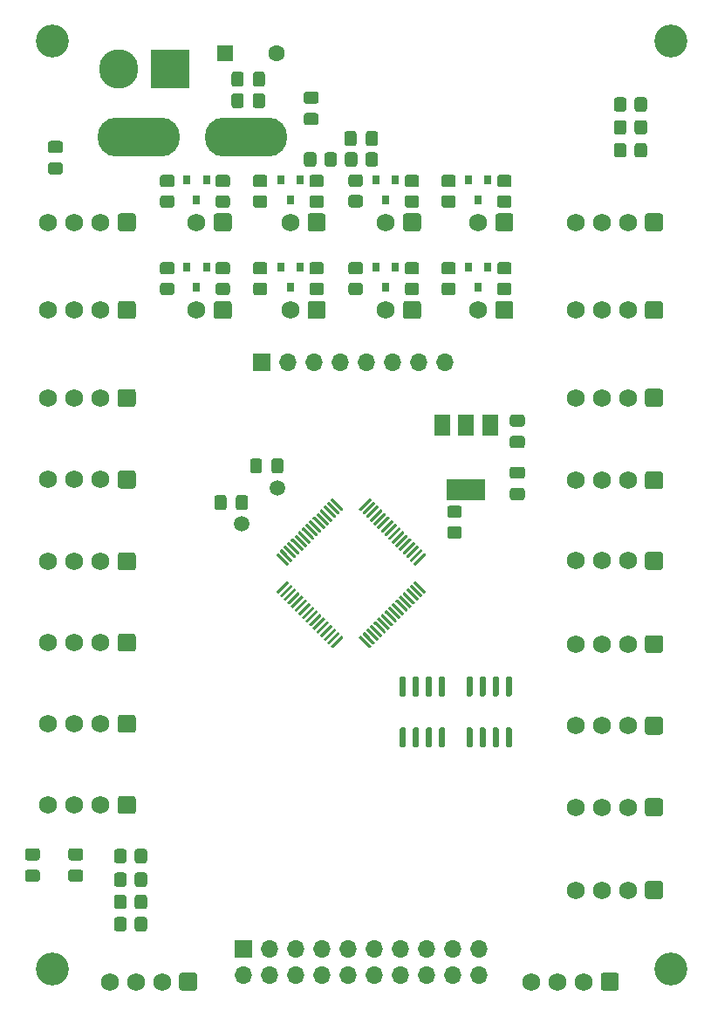
<source format=gbs>
G04 #@! TF.GenerationSoftware,KiCad,Pcbnew,(5.1.10)-1*
G04 #@! TF.CreationDate,2021-09-30T10:00:51+08:00*
G04 #@! TF.ProjectId,internal_mainboard_V2.2,696e7465-726e-4616-9c5f-6d61696e626f,rev?*
G04 #@! TF.SameCoordinates,Original*
G04 #@! TF.FileFunction,Soldermask,Bot*
G04 #@! TF.FilePolarity,Negative*
%FSLAX46Y46*%
G04 Gerber Fmt 4.6, Leading zero omitted, Abs format (unit mm)*
G04 Created by KiCad (PCBNEW (5.1.10)-1) date 2021-09-30 10:00:51*
%MOMM*%
%LPD*%
G01*
G04 APERTURE LIST*
%ADD10C,1.740000*%
%ADD11R,0.800000X0.900000*%
%ADD12R,1.700000X1.700000*%
%ADD13O,1.700000X1.700000*%
%ADD14C,1.500000*%
%ADD15C,3.200000*%
%ADD16R,3.800000X2.000000*%
%ADD17R,1.500000X2.000000*%
%ADD18R,3.800000X3.800000*%
%ADD19C,3.800000*%
%ADD20O,8.000000X3.800000*%
%ADD21R,1.600000X1.600000*%
%ADD22C,1.600000*%
G04 APERTURE END LIST*
G36*
G01*
X213722000Y-94884559D02*
X213722000Y-96123441D01*
G75*
G02*
X213471441Y-96374000I-250559J0D01*
G01*
X212232559Y-96374000D01*
G75*
G02*
X211982000Y-96123441I0J250559D01*
G01*
X211982000Y-94884559D01*
G75*
G02*
X212232559Y-94634000I250559J0D01*
G01*
X213471441Y-94634000D01*
G75*
G02*
X213722000Y-94884559I0J-250559D01*
G01*
G37*
D10*
X210312000Y-95504000D03*
X207772000Y-95504000D03*
X205232000Y-95504000D03*
G36*
G01*
X223041000Y-54751999D02*
X223041000Y-55992001D01*
G75*
G02*
X222791001Y-56242000I-249999J0D01*
G01*
X221550999Y-56242000D01*
G75*
G02*
X221301000Y-55992001I0J249999D01*
G01*
X221301000Y-54751999D01*
G75*
G02*
X221550999Y-54502000I249999J0D01*
G01*
X222791001Y-54502000D01*
G75*
G02*
X223041000Y-54751999I0J-249999D01*
G01*
G37*
X219631000Y-55372000D03*
D11*
X219631000Y-53174000D03*
X220581000Y-51174000D03*
X218681000Y-51174000D03*
G36*
G01*
X244544001Y-51924000D02*
X243643999Y-51924000D01*
G75*
G02*
X243394000Y-51674001I0J249999D01*
G01*
X243394000Y-50973999D01*
G75*
G02*
X243643999Y-50724000I249999J0D01*
G01*
X244544001Y-50724000D01*
G75*
G02*
X244794000Y-50973999I0J-249999D01*
G01*
X244794000Y-51674001D01*
G75*
G02*
X244544001Y-51924000I-249999J0D01*
G01*
G37*
G36*
G01*
X244544001Y-53924000D02*
X243643999Y-53924000D01*
G75*
G02*
X243394000Y-53674001I0J249999D01*
G01*
X243394000Y-52973999D01*
G75*
G02*
X243643999Y-52724000I249999J0D01*
G01*
X244544001Y-52724000D01*
G75*
G02*
X244794000Y-52973999I0J-249999D01*
G01*
X244794000Y-53674001D01*
G75*
G02*
X244544001Y-53924000I-249999J0D01*
G01*
G37*
G36*
G01*
X250377000Y-54751999D02*
X250377000Y-55992001D01*
G75*
G02*
X250127001Y-56242000I-249999J0D01*
G01*
X248886999Y-56242000D01*
G75*
G02*
X248637000Y-55992001I0J249999D01*
G01*
X248637000Y-54751999D01*
G75*
G02*
X248886999Y-54502000I249999J0D01*
G01*
X250127001Y-54502000D01*
G75*
G02*
X250377000Y-54751999I0J-249999D01*
G01*
G37*
D10*
X246967000Y-55372000D03*
G36*
G01*
X250377000Y-46242999D02*
X250377000Y-47483001D01*
G75*
G02*
X250127001Y-47733000I-249999J0D01*
G01*
X248886999Y-47733000D01*
G75*
G02*
X248637000Y-47483001I0J249999D01*
G01*
X248637000Y-46242999D01*
G75*
G02*
X248886999Y-45993000I249999J0D01*
G01*
X250127001Y-45993000D01*
G75*
G02*
X250377000Y-46242999I0J-249999D01*
G01*
G37*
X246967000Y-46863000D03*
D11*
X246967000Y-44703100D03*
X247917000Y-42703100D03*
X246017000Y-42703100D03*
G36*
G01*
X264903000Y-87145494D02*
X264903000Y-88384376D01*
G75*
G02*
X264652441Y-88634935I-250559J0D01*
G01*
X263413559Y-88634935D01*
G75*
G02*
X263163000Y-88384376I0J250559D01*
G01*
X263163000Y-87145494D01*
G75*
G02*
X263413559Y-86894935I250559J0D01*
G01*
X264652441Y-86894935D01*
G75*
G02*
X264903000Y-87145494I0J-250559D01*
G01*
G37*
D10*
X261493000Y-87764935D03*
X258953000Y-87764935D03*
X256413000Y-87764935D03*
G36*
G01*
X264903000Y-79073059D02*
X264903000Y-80311941D01*
G75*
G02*
X264652441Y-80562500I-250559J0D01*
G01*
X263413559Y-80562500D01*
G75*
G02*
X263163000Y-80311941I0J250559D01*
G01*
X263163000Y-79073059D01*
G75*
G02*
X263413559Y-78822500I250559J0D01*
G01*
X264652441Y-78822500D01*
G75*
G02*
X264903000Y-79073059I0J-250559D01*
G01*
G37*
X261493000Y-79692500D03*
X258953000Y-79692500D03*
X256413000Y-79692500D03*
G36*
G01*
X264903000Y-102972868D02*
X264903000Y-104211750D01*
G75*
G02*
X264652441Y-104462309I-250559J0D01*
G01*
X263413559Y-104462309D01*
G75*
G02*
X263163000Y-104211750I0J250559D01*
G01*
X263163000Y-102972868D01*
G75*
G02*
X263413559Y-102722309I250559J0D01*
G01*
X264652441Y-102722309D01*
G75*
G02*
X264903000Y-102972868I0J-250559D01*
G01*
G37*
X261493000Y-103592309D03*
X258953000Y-103592309D03*
X256413000Y-103592309D03*
D12*
X224155000Y-117348000D03*
D13*
X224155000Y-119888000D03*
X226695000Y-117348000D03*
X226695000Y-119888000D03*
X229235000Y-117348000D03*
X229235000Y-119888000D03*
X231775000Y-117348000D03*
X231775000Y-119888000D03*
X234315000Y-117348000D03*
X234315000Y-119888000D03*
X236855000Y-117348000D03*
X236855000Y-119888000D03*
X239395000Y-117348000D03*
X239395000Y-119888000D03*
X241935000Y-117348000D03*
X241935000Y-119888000D03*
X244475000Y-117348000D03*
X244475000Y-119888000D03*
X247015000Y-117348000D03*
X247015000Y-119888000D03*
G36*
G01*
X213722000Y-54752559D02*
X213722000Y-55991441D01*
G75*
G02*
X213471441Y-56242000I-250559J0D01*
G01*
X212232559Y-56242000D01*
G75*
G02*
X211982000Y-55991441I0J250559D01*
G01*
X211982000Y-54752559D01*
G75*
G02*
X212232559Y-54502000I250559J0D01*
G01*
X213471441Y-54502000D01*
G75*
G02*
X213722000Y-54752559I0J-250559D01*
G01*
G37*
D10*
X210312000Y-55372000D03*
X207772000Y-55372000D03*
X205232000Y-55372000D03*
D14*
X224028000Y-76073000D03*
X227478681Y-72622319D03*
D15*
X205635000Y-29238030D03*
X265634980Y-29238030D03*
X265634980Y-119238000D03*
X205635000Y-119238000D03*
D16*
X245808500Y-72809500D03*
D17*
X245808500Y-66509500D03*
X248108500Y-66509500D03*
X243508500Y-66509500D03*
G36*
G01*
X239499000Y-95861000D02*
X239799000Y-95861000D01*
G75*
G02*
X239949000Y-96011000I0J-150000D01*
G01*
X239949000Y-97661000D01*
G75*
G02*
X239799000Y-97811000I-150000J0D01*
G01*
X239499000Y-97811000D01*
G75*
G02*
X239349000Y-97661000I0J150000D01*
G01*
X239349000Y-96011000D01*
G75*
G02*
X239499000Y-95861000I150000J0D01*
G01*
G37*
G36*
G01*
X240769000Y-95861000D02*
X241069000Y-95861000D01*
G75*
G02*
X241219000Y-96011000I0J-150000D01*
G01*
X241219000Y-97661000D01*
G75*
G02*
X241069000Y-97811000I-150000J0D01*
G01*
X240769000Y-97811000D01*
G75*
G02*
X240619000Y-97661000I0J150000D01*
G01*
X240619000Y-96011000D01*
G75*
G02*
X240769000Y-95861000I150000J0D01*
G01*
G37*
G36*
G01*
X242039000Y-95861000D02*
X242339000Y-95861000D01*
G75*
G02*
X242489000Y-96011000I0J-150000D01*
G01*
X242489000Y-97661000D01*
G75*
G02*
X242339000Y-97811000I-150000J0D01*
G01*
X242039000Y-97811000D01*
G75*
G02*
X241889000Y-97661000I0J150000D01*
G01*
X241889000Y-96011000D01*
G75*
G02*
X242039000Y-95861000I150000J0D01*
G01*
G37*
G36*
G01*
X243309000Y-95861000D02*
X243609000Y-95861000D01*
G75*
G02*
X243759000Y-96011000I0J-150000D01*
G01*
X243759000Y-97661000D01*
G75*
G02*
X243609000Y-97811000I-150000J0D01*
G01*
X243309000Y-97811000D01*
G75*
G02*
X243159000Y-97661000I0J150000D01*
G01*
X243159000Y-96011000D01*
G75*
G02*
X243309000Y-95861000I150000J0D01*
G01*
G37*
G36*
G01*
X243309000Y-90911000D02*
X243609000Y-90911000D01*
G75*
G02*
X243759000Y-91061000I0J-150000D01*
G01*
X243759000Y-92711000D01*
G75*
G02*
X243609000Y-92861000I-150000J0D01*
G01*
X243309000Y-92861000D01*
G75*
G02*
X243159000Y-92711000I0J150000D01*
G01*
X243159000Y-91061000D01*
G75*
G02*
X243309000Y-90911000I150000J0D01*
G01*
G37*
G36*
G01*
X242039000Y-90911000D02*
X242339000Y-90911000D01*
G75*
G02*
X242489000Y-91061000I0J-150000D01*
G01*
X242489000Y-92711000D01*
G75*
G02*
X242339000Y-92861000I-150000J0D01*
G01*
X242039000Y-92861000D01*
G75*
G02*
X241889000Y-92711000I0J150000D01*
G01*
X241889000Y-91061000D01*
G75*
G02*
X242039000Y-90911000I150000J0D01*
G01*
G37*
G36*
G01*
X240769000Y-90911000D02*
X241069000Y-90911000D01*
G75*
G02*
X241219000Y-91061000I0J-150000D01*
G01*
X241219000Y-92711000D01*
G75*
G02*
X241069000Y-92861000I-150000J0D01*
G01*
X240769000Y-92861000D01*
G75*
G02*
X240619000Y-92711000I0J150000D01*
G01*
X240619000Y-91061000D01*
G75*
G02*
X240769000Y-90911000I150000J0D01*
G01*
G37*
G36*
G01*
X239499000Y-90911000D02*
X239799000Y-90911000D01*
G75*
G02*
X239949000Y-91061000I0J-150000D01*
G01*
X239949000Y-92711000D01*
G75*
G02*
X239799000Y-92861000I-150000J0D01*
G01*
X239499000Y-92861000D01*
G75*
G02*
X239349000Y-92711000I0J150000D01*
G01*
X239349000Y-91061000D01*
G75*
G02*
X239499000Y-90911000I150000J0D01*
G01*
G37*
G36*
G01*
X245976000Y-95861000D02*
X246276000Y-95861000D01*
G75*
G02*
X246426000Y-96011000I0J-150000D01*
G01*
X246426000Y-97661000D01*
G75*
G02*
X246276000Y-97811000I-150000J0D01*
G01*
X245976000Y-97811000D01*
G75*
G02*
X245826000Y-97661000I0J150000D01*
G01*
X245826000Y-96011000D01*
G75*
G02*
X245976000Y-95861000I150000J0D01*
G01*
G37*
G36*
G01*
X247246000Y-95861000D02*
X247546000Y-95861000D01*
G75*
G02*
X247696000Y-96011000I0J-150000D01*
G01*
X247696000Y-97661000D01*
G75*
G02*
X247546000Y-97811000I-150000J0D01*
G01*
X247246000Y-97811000D01*
G75*
G02*
X247096000Y-97661000I0J150000D01*
G01*
X247096000Y-96011000D01*
G75*
G02*
X247246000Y-95861000I150000J0D01*
G01*
G37*
G36*
G01*
X248516000Y-95861000D02*
X248816000Y-95861000D01*
G75*
G02*
X248966000Y-96011000I0J-150000D01*
G01*
X248966000Y-97661000D01*
G75*
G02*
X248816000Y-97811000I-150000J0D01*
G01*
X248516000Y-97811000D01*
G75*
G02*
X248366000Y-97661000I0J150000D01*
G01*
X248366000Y-96011000D01*
G75*
G02*
X248516000Y-95861000I150000J0D01*
G01*
G37*
G36*
G01*
X249786000Y-95861000D02*
X250086000Y-95861000D01*
G75*
G02*
X250236000Y-96011000I0J-150000D01*
G01*
X250236000Y-97661000D01*
G75*
G02*
X250086000Y-97811000I-150000J0D01*
G01*
X249786000Y-97811000D01*
G75*
G02*
X249636000Y-97661000I0J150000D01*
G01*
X249636000Y-96011000D01*
G75*
G02*
X249786000Y-95861000I150000J0D01*
G01*
G37*
G36*
G01*
X249786000Y-90911000D02*
X250086000Y-90911000D01*
G75*
G02*
X250236000Y-91061000I0J-150000D01*
G01*
X250236000Y-92711000D01*
G75*
G02*
X250086000Y-92861000I-150000J0D01*
G01*
X249786000Y-92861000D01*
G75*
G02*
X249636000Y-92711000I0J150000D01*
G01*
X249636000Y-91061000D01*
G75*
G02*
X249786000Y-90911000I150000J0D01*
G01*
G37*
G36*
G01*
X248516000Y-90911000D02*
X248816000Y-90911000D01*
G75*
G02*
X248966000Y-91061000I0J-150000D01*
G01*
X248966000Y-92711000D01*
G75*
G02*
X248816000Y-92861000I-150000J0D01*
G01*
X248516000Y-92861000D01*
G75*
G02*
X248366000Y-92711000I0J150000D01*
G01*
X248366000Y-91061000D01*
G75*
G02*
X248516000Y-90911000I150000J0D01*
G01*
G37*
G36*
G01*
X247246000Y-90911000D02*
X247546000Y-90911000D01*
G75*
G02*
X247696000Y-91061000I0J-150000D01*
G01*
X247696000Y-92711000D01*
G75*
G02*
X247546000Y-92861000I-150000J0D01*
G01*
X247246000Y-92861000D01*
G75*
G02*
X247096000Y-92711000I0J150000D01*
G01*
X247096000Y-91061000D01*
G75*
G02*
X247246000Y-90911000I150000J0D01*
G01*
G37*
G36*
G01*
X245976000Y-90911000D02*
X246276000Y-90911000D01*
G75*
G02*
X246426000Y-91061000I0J-150000D01*
G01*
X246426000Y-92711000D01*
G75*
G02*
X246276000Y-92861000I-150000J0D01*
G01*
X245976000Y-92861000D01*
G75*
G02*
X245826000Y-92711000I0J150000D01*
G01*
X245826000Y-91061000D01*
G75*
G02*
X245976000Y-90911000I150000J0D01*
G01*
G37*
G36*
G01*
X227366978Y-82649090D02*
X228356928Y-81659140D01*
G75*
G02*
X228462994Y-81659140I53033J-53033D01*
G01*
X228569060Y-81765206D01*
G75*
G02*
X228569060Y-81871272I-53033J-53033D01*
G01*
X227579110Y-82861222D01*
G75*
G02*
X227473044Y-82861222I-53033J53033D01*
G01*
X227366978Y-82755156D01*
G75*
G02*
X227366978Y-82649090I53033J53033D01*
G01*
G37*
G36*
G01*
X227720531Y-83002643D02*
X228710481Y-82012693D01*
G75*
G02*
X228816547Y-82012693I53033J-53033D01*
G01*
X228922613Y-82118759D01*
G75*
G02*
X228922613Y-82224825I-53033J-53033D01*
G01*
X227932663Y-83214775D01*
G75*
G02*
X227826597Y-83214775I-53033J53033D01*
G01*
X227720531Y-83108709D01*
G75*
G02*
X227720531Y-83002643I53033J53033D01*
G01*
G37*
G36*
G01*
X228074084Y-83356196D02*
X229064034Y-82366246D01*
G75*
G02*
X229170100Y-82366246I53033J-53033D01*
G01*
X229276166Y-82472312D01*
G75*
G02*
X229276166Y-82578378I-53033J-53033D01*
G01*
X228286216Y-83568328D01*
G75*
G02*
X228180150Y-83568328I-53033J53033D01*
G01*
X228074084Y-83462262D01*
G75*
G02*
X228074084Y-83356196I53033J53033D01*
G01*
G37*
G36*
G01*
X228427638Y-83709750D02*
X229417588Y-82719800D01*
G75*
G02*
X229523654Y-82719800I53033J-53033D01*
G01*
X229629720Y-82825866D01*
G75*
G02*
X229629720Y-82931932I-53033J-53033D01*
G01*
X228639770Y-83921882D01*
G75*
G02*
X228533704Y-83921882I-53033J53033D01*
G01*
X228427638Y-83815816D01*
G75*
G02*
X228427638Y-83709750I53033J53033D01*
G01*
G37*
G36*
G01*
X228781191Y-84063303D02*
X229771141Y-83073353D01*
G75*
G02*
X229877207Y-83073353I53033J-53033D01*
G01*
X229983273Y-83179419D01*
G75*
G02*
X229983273Y-83285485I-53033J-53033D01*
G01*
X228993323Y-84275435D01*
G75*
G02*
X228887257Y-84275435I-53033J53033D01*
G01*
X228781191Y-84169369D01*
G75*
G02*
X228781191Y-84063303I53033J53033D01*
G01*
G37*
G36*
G01*
X229134745Y-84416857D02*
X230124695Y-83426907D01*
G75*
G02*
X230230761Y-83426907I53033J-53033D01*
G01*
X230336827Y-83532973D01*
G75*
G02*
X230336827Y-83639039I-53033J-53033D01*
G01*
X229346877Y-84628989D01*
G75*
G02*
X229240811Y-84628989I-53033J53033D01*
G01*
X229134745Y-84522923D01*
G75*
G02*
X229134745Y-84416857I53033J53033D01*
G01*
G37*
G36*
G01*
X229488298Y-84770410D02*
X230478248Y-83780460D01*
G75*
G02*
X230584314Y-83780460I53033J-53033D01*
G01*
X230690380Y-83886526D01*
G75*
G02*
X230690380Y-83992592I-53033J-53033D01*
G01*
X229700430Y-84982542D01*
G75*
G02*
X229594364Y-84982542I-53033J53033D01*
G01*
X229488298Y-84876476D01*
G75*
G02*
X229488298Y-84770410I53033J53033D01*
G01*
G37*
G36*
G01*
X229841851Y-85123963D02*
X230831801Y-84134013D01*
G75*
G02*
X230937867Y-84134013I53033J-53033D01*
G01*
X231043933Y-84240079D01*
G75*
G02*
X231043933Y-84346145I-53033J-53033D01*
G01*
X230053983Y-85336095D01*
G75*
G02*
X229947917Y-85336095I-53033J53033D01*
G01*
X229841851Y-85230029D01*
G75*
G02*
X229841851Y-85123963I53033J53033D01*
G01*
G37*
G36*
G01*
X230195405Y-85477517D02*
X231185355Y-84487567D01*
G75*
G02*
X231291421Y-84487567I53033J-53033D01*
G01*
X231397487Y-84593633D01*
G75*
G02*
X231397487Y-84699699I-53033J-53033D01*
G01*
X230407537Y-85689649D01*
G75*
G02*
X230301471Y-85689649I-53033J53033D01*
G01*
X230195405Y-85583583D01*
G75*
G02*
X230195405Y-85477517I53033J53033D01*
G01*
G37*
G36*
G01*
X230548958Y-85831070D02*
X231538908Y-84841120D01*
G75*
G02*
X231644974Y-84841120I53033J-53033D01*
G01*
X231751040Y-84947186D01*
G75*
G02*
X231751040Y-85053252I-53033J-53033D01*
G01*
X230761090Y-86043202D01*
G75*
G02*
X230655024Y-86043202I-53033J53033D01*
G01*
X230548958Y-85937136D01*
G75*
G02*
X230548958Y-85831070I53033J53033D01*
G01*
G37*
G36*
G01*
X230902511Y-86184623D02*
X231892461Y-85194673D01*
G75*
G02*
X231998527Y-85194673I53033J-53033D01*
G01*
X232104593Y-85300739D01*
G75*
G02*
X232104593Y-85406805I-53033J-53033D01*
G01*
X231114643Y-86396755D01*
G75*
G02*
X231008577Y-86396755I-53033J53033D01*
G01*
X230902511Y-86290689D01*
G75*
G02*
X230902511Y-86184623I53033J53033D01*
G01*
G37*
G36*
G01*
X231256065Y-86538177D02*
X232246015Y-85548227D01*
G75*
G02*
X232352081Y-85548227I53033J-53033D01*
G01*
X232458147Y-85654293D01*
G75*
G02*
X232458147Y-85760359I-53033J-53033D01*
G01*
X231468197Y-86750309D01*
G75*
G02*
X231362131Y-86750309I-53033J53033D01*
G01*
X231256065Y-86644243D01*
G75*
G02*
X231256065Y-86538177I53033J53033D01*
G01*
G37*
G36*
G01*
X231609618Y-86891730D02*
X232599568Y-85901780D01*
G75*
G02*
X232705634Y-85901780I53033J-53033D01*
G01*
X232811700Y-86007846D01*
G75*
G02*
X232811700Y-86113912I-53033J-53033D01*
G01*
X231821750Y-87103862D01*
G75*
G02*
X231715684Y-87103862I-53033J53033D01*
G01*
X231609618Y-86997796D01*
G75*
G02*
X231609618Y-86891730I53033J53033D01*
G01*
G37*
G36*
G01*
X231963172Y-87245284D02*
X232953122Y-86255334D01*
G75*
G02*
X233059188Y-86255334I53033J-53033D01*
G01*
X233165254Y-86361400D01*
G75*
G02*
X233165254Y-86467466I-53033J-53033D01*
G01*
X232175304Y-87457416D01*
G75*
G02*
X232069238Y-87457416I-53033J53033D01*
G01*
X231963172Y-87351350D01*
G75*
G02*
X231963172Y-87245284I53033J53033D01*
G01*
G37*
G36*
G01*
X232316725Y-87598837D02*
X233306675Y-86608887D01*
G75*
G02*
X233412741Y-86608887I53033J-53033D01*
G01*
X233518807Y-86714953D01*
G75*
G02*
X233518807Y-86821019I-53033J-53033D01*
G01*
X232528857Y-87810969D01*
G75*
G02*
X232422791Y-87810969I-53033J53033D01*
G01*
X232316725Y-87704903D01*
G75*
G02*
X232316725Y-87598837I53033J53033D01*
G01*
G37*
G36*
G01*
X232670278Y-87952390D02*
X233660228Y-86962440D01*
G75*
G02*
X233766294Y-86962440I53033J-53033D01*
G01*
X233872360Y-87068506D01*
G75*
G02*
X233872360Y-87174572I-53033J-53033D01*
G01*
X232882410Y-88164522D01*
G75*
G02*
X232776344Y-88164522I-53033J53033D01*
G01*
X232670278Y-88058456D01*
G75*
G02*
X232670278Y-87952390I53033J53033D01*
G01*
G37*
G36*
G01*
X235392640Y-87068506D02*
X235498706Y-86962440D01*
G75*
G02*
X235604772Y-86962440I53033J-53033D01*
G01*
X236594722Y-87952390D01*
G75*
G02*
X236594722Y-88058456I-53033J-53033D01*
G01*
X236488656Y-88164522D01*
G75*
G02*
X236382590Y-88164522I-53033J53033D01*
G01*
X235392640Y-87174572D01*
G75*
G02*
X235392640Y-87068506I53033J53033D01*
G01*
G37*
G36*
G01*
X235746193Y-86714953D02*
X235852259Y-86608887D01*
G75*
G02*
X235958325Y-86608887I53033J-53033D01*
G01*
X236948275Y-87598837D01*
G75*
G02*
X236948275Y-87704903I-53033J-53033D01*
G01*
X236842209Y-87810969D01*
G75*
G02*
X236736143Y-87810969I-53033J53033D01*
G01*
X235746193Y-86821019D01*
G75*
G02*
X235746193Y-86714953I53033J53033D01*
G01*
G37*
G36*
G01*
X236099746Y-86361400D02*
X236205812Y-86255334D01*
G75*
G02*
X236311878Y-86255334I53033J-53033D01*
G01*
X237301828Y-87245284D01*
G75*
G02*
X237301828Y-87351350I-53033J-53033D01*
G01*
X237195762Y-87457416D01*
G75*
G02*
X237089696Y-87457416I-53033J53033D01*
G01*
X236099746Y-86467466D01*
G75*
G02*
X236099746Y-86361400I53033J53033D01*
G01*
G37*
G36*
G01*
X236453300Y-86007846D02*
X236559366Y-85901780D01*
G75*
G02*
X236665432Y-85901780I53033J-53033D01*
G01*
X237655382Y-86891730D01*
G75*
G02*
X237655382Y-86997796I-53033J-53033D01*
G01*
X237549316Y-87103862D01*
G75*
G02*
X237443250Y-87103862I-53033J53033D01*
G01*
X236453300Y-86113912D01*
G75*
G02*
X236453300Y-86007846I53033J53033D01*
G01*
G37*
G36*
G01*
X236806853Y-85654293D02*
X236912919Y-85548227D01*
G75*
G02*
X237018985Y-85548227I53033J-53033D01*
G01*
X238008935Y-86538177D01*
G75*
G02*
X238008935Y-86644243I-53033J-53033D01*
G01*
X237902869Y-86750309D01*
G75*
G02*
X237796803Y-86750309I-53033J53033D01*
G01*
X236806853Y-85760359D01*
G75*
G02*
X236806853Y-85654293I53033J53033D01*
G01*
G37*
G36*
G01*
X237160407Y-85300739D02*
X237266473Y-85194673D01*
G75*
G02*
X237372539Y-85194673I53033J-53033D01*
G01*
X238362489Y-86184623D01*
G75*
G02*
X238362489Y-86290689I-53033J-53033D01*
G01*
X238256423Y-86396755D01*
G75*
G02*
X238150357Y-86396755I-53033J53033D01*
G01*
X237160407Y-85406805D01*
G75*
G02*
X237160407Y-85300739I53033J53033D01*
G01*
G37*
G36*
G01*
X237513960Y-84947186D02*
X237620026Y-84841120D01*
G75*
G02*
X237726092Y-84841120I53033J-53033D01*
G01*
X238716042Y-85831070D01*
G75*
G02*
X238716042Y-85937136I-53033J-53033D01*
G01*
X238609976Y-86043202D01*
G75*
G02*
X238503910Y-86043202I-53033J53033D01*
G01*
X237513960Y-85053252D01*
G75*
G02*
X237513960Y-84947186I53033J53033D01*
G01*
G37*
G36*
G01*
X237867513Y-84593633D02*
X237973579Y-84487567D01*
G75*
G02*
X238079645Y-84487567I53033J-53033D01*
G01*
X239069595Y-85477517D01*
G75*
G02*
X239069595Y-85583583I-53033J-53033D01*
G01*
X238963529Y-85689649D01*
G75*
G02*
X238857463Y-85689649I-53033J53033D01*
G01*
X237867513Y-84699699D01*
G75*
G02*
X237867513Y-84593633I53033J53033D01*
G01*
G37*
G36*
G01*
X238221067Y-84240079D02*
X238327133Y-84134013D01*
G75*
G02*
X238433199Y-84134013I53033J-53033D01*
G01*
X239423149Y-85123963D01*
G75*
G02*
X239423149Y-85230029I-53033J-53033D01*
G01*
X239317083Y-85336095D01*
G75*
G02*
X239211017Y-85336095I-53033J53033D01*
G01*
X238221067Y-84346145D01*
G75*
G02*
X238221067Y-84240079I53033J53033D01*
G01*
G37*
G36*
G01*
X238574620Y-83886526D02*
X238680686Y-83780460D01*
G75*
G02*
X238786752Y-83780460I53033J-53033D01*
G01*
X239776702Y-84770410D01*
G75*
G02*
X239776702Y-84876476I-53033J-53033D01*
G01*
X239670636Y-84982542D01*
G75*
G02*
X239564570Y-84982542I-53033J53033D01*
G01*
X238574620Y-83992592D01*
G75*
G02*
X238574620Y-83886526I53033J53033D01*
G01*
G37*
G36*
G01*
X238928173Y-83532973D02*
X239034239Y-83426907D01*
G75*
G02*
X239140305Y-83426907I53033J-53033D01*
G01*
X240130255Y-84416857D01*
G75*
G02*
X240130255Y-84522923I-53033J-53033D01*
G01*
X240024189Y-84628989D01*
G75*
G02*
X239918123Y-84628989I-53033J53033D01*
G01*
X238928173Y-83639039D01*
G75*
G02*
X238928173Y-83532973I53033J53033D01*
G01*
G37*
G36*
G01*
X239281727Y-83179419D02*
X239387793Y-83073353D01*
G75*
G02*
X239493859Y-83073353I53033J-53033D01*
G01*
X240483809Y-84063303D01*
G75*
G02*
X240483809Y-84169369I-53033J-53033D01*
G01*
X240377743Y-84275435D01*
G75*
G02*
X240271677Y-84275435I-53033J53033D01*
G01*
X239281727Y-83285485D01*
G75*
G02*
X239281727Y-83179419I53033J53033D01*
G01*
G37*
G36*
G01*
X239635280Y-82825866D02*
X239741346Y-82719800D01*
G75*
G02*
X239847412Y-82719800I53033J-53033D01*
G01*
X240837362Y-83709750D01*
G75*
G02*
X240837362Y-83815816I-53033J-53033D01*
G01*
X240731296Y-83921882D01*
G75*
G02*
X240625230Y-83921882I-53033J53033D01*
G01*
X239635280Y-82931932D01*
G75*
G02*
X239635280Y-82825866I53033J53033D01*
G01*
G37*
G36*
G01*
X239988834Y-82472312D02*
X240094900Y-82366246D01*
G75*
G02*
X240200966Y-82366246I53033J-53033D01*
G01*
X241190916Y-83356196D01*
G75*
G02*
X241190916Y-83462262I-53033J-53033D01*
G01*
X241084850Y-83568328D01*
G75*
G02*
X240978784Y-83568328I-53033J53033D01*
G01*
X239988834Y-82578378D01*
G75*
G02*
X239988834Y-82472312I53033J53033D01*
G01*
G37*
G36*
G01*
X240342387Y-82118759D02*
X240448453Y-82012693D01*
G75*
G02*
X240554519Y-82012693I53033J-53033D01*
G01*
X241544469Y-83002643D01*
G75*
G02*
X241544469Y-83108709I-53033J-53033D01*
G01*
X241438403Y-83214775D01*
G75*
G02*
X241332337Y-83214775I-53033J53033D01*
G01*
X240342387Y-82224825D01*
G75*
G02*
X240342387Y-82118759I53033J53033D01*
G01*
G37*
G36*
G01*
X240695940Y-81765206D02*
X240802006Y-81659140D01*
G75*
G02*
X240908072Y-81659140I53033J-53033D01*
G01*
X241898022Y-82649090D01*
G75*
G02*
X241898022Y-82755156I-53033J-53033D01*
G01*
X241791956Y-82861222D01*
G75*
G02*
X241685890Y-82861222I-53033J53033D01*
G01*
X240695940Y-81871272D01*
G75*
G02*
X240695940Y-81765206I53033J53033D01*
G01*
G37*
G36*
G01*
X240695940Y-79926728D02*
X241685890Y-78936778D01*
G75*
G02*
X241791956Y-78936778I53033J-53033D01*
G01*
X241898022Y-79042844D01*
G75*
G02*
X241898022Y-79148910I-53033J-53033D01*
G01*
X240908072Y-80138860D01*
G75*
G02*
X240802006Y-80138860I-53033J53033D01*
G01*
X240695940Y-80032794D01*
G75*
G02*
X240695940Y-79926728I53033J53033D01*
G01*
G37*
G36*
G01*
X240342387Y-79573175D02*
X241332337Y-78583225D01*
G75*
G02*
X241438403Y-78583225I53033J-53033D01*
G01*
X241544469Y-78689291D01*
G75*
G02*
X241544469Y-78795357I-53033J-53033D01*
G01*
X240554519Y-79785307D01*
G75*
G02*
X240448453Y-79785307I-53033J53033D01*
G01*
X240342387Y-79679241D01*
G75*
G02*
X240342387Y-79573175I53033J53033D01*
G01*
G37*
G36*
G01*
X239988834Y-79219622D02*
X240978784Y-78229672D01*
G75*
G02*
X241084850Y-78229672I53033J-53033D01*
G01*
X241190916Y-78335738D01*
G75*
G02*
X241190916Y-78441804I-53033J-53033D01*
G01*
X240200966Y-79431754D01*
G75*
G02*
X240094900Y-79431754I-53033J53033D01*
G01*
X239988834Y-79325688D01*
G75*
G02*
X239988834Y-79219622I53033J53033D01*
G01*
G37*
G36*
G01*
X239635280Y-78866068D02*
X240625230Y-77876118D01*
G75*
G02*
X240731296Y-77876118I53033J-53033D01*
G01*
X240837362Y-77982184D01*
G75*
G02*
X240837362Y-78088250I-53033J-53033D01*
G01*
X239847412Y-79078200D01*
G75*
G02*
X239741346Y-79078200I-53033J53033D01*
G01*
X239635280Y-78972134D01*
G75*
G02*
X239635280Y-78866068I53033J53033D01*
G01*
G37*
G36*
G01*
X239281727Y-78512515D02*
X240271677Y-77522565D01*
G75*
G02*
X240377743Y-77522565I53033J-53033D01*
G01*
X240483809Y-77628631D01*
G75*
G02*
X240483809Y-77734697I-53033J-53033D01*
G01*
X239493859Y-78724647D01*
G75*
G02*
X239387793Y-78724647I-53033J53033D01*
G01*
X239281727Y-78618581D01*
G75*
G02*
X239281727Y-78512515I53033J53033D01*
G01*
G37*
G36*
G01*
X238928173Y-78158961D02*
X239918123Y-77169011D01*
G75*
G02*
X240024189Y-77169011I53033J-53033D01*
G01*
X240130255Y-77275077D01*
G75*
G02*
X240130255Y-77381143I-53033J-53033D01*
G01*
X239140305Y-78371093D01*
G75*
G02*
X239034239Y-78371093I-53033J53033D01*
G01*
X238928173Y-78265027D01*
G75*
G02*
X238928173Y-78158961I53033J53033D01*
G01*
G37*
G36*
G01*
X238574620Y-77805408D02*
X239564570Y-76815458D01*
G75*
G02*
X239670636Y-76815458I53033J-53033D01*
G01*
X239776702Y-76921524D01*
G75*
G02*
X239776702Y-77027590I-53033J-53033D01*
G01*
X238786752Y-78017540D01*
G75*
G02*
X238680686Y-78017540I-53033J53033D01*
G01*
X238574620Y-77911474D01*
G75*
G02*
X238574620Y-77805408I53033J53033D01*
G01*
G37*
G36*
G01*
X238221067Y-77451855D02*
X239211017Y-76461905D01*
G75*
G02*
X239317083Y-76461905I53033J-53033D01*
G01*
X239423149Y-76567971D01*
G75*
G02*
X239423149Y-76674037I-53033J-53033D01*
G01*
X238433199Y-77663987D01*
G75*
G02*
X238327133Y-77663987I-53033J53033D01*
G01*
X238221067Y-77557921D01*
G75*
G02*
X238221067Y-77451855I53033J53033D01*
G01*
G37*
G36*
G01*
X237867513Y-77098301D02*
X238857463Y-76108351D01*
G75*
G02*
X238963529Y-76108351I53033J-53033D01*
G01*
X239069595Y-76214417D01*
G75*
G02*
X239069595Y-76320483I-53033J-53033D01*
G01*
X238079645Y-77310433D01*
G75*
G02*
X237973579Y-77310433I-53033J53033D01*
G01*
X237867513Y-77204367D01*
G75*
G02*
X237867513Y-77098301I53033J53033D01*
G01*
G37*
G36*
G01*
X237513960Y-76744748D02*
X238503910Y-75754798D01*
G75*
G02*
X238609976Y-75754798I53033J-53033D01*
G01*
X238716042Y-75860864D01*
G75*
G02*
X238716042Y-75966930I-53033J-53033D01*
G01*
X237726092Y-76956880D01*
G75*
G02*
X237620026Y-76956880I-53033J53033D01*
G01*
X237513960Y-76850814D01*
G75*
G02*
X237513960Y-76744748I53033J53033D01*
G01*
G37*
G36*
G01*
X237160407Y-76391195D02*
X238150357Y-75401245D01*
G75*
G02*
X238256423Y-75401245I53033J-53033D01*
G01*
X238362489Y-75507311D01*
G75*
G02*
X238362489Y-75613377I-53033J-53033D01*
G01*
X237372539Y-76603327D01*
G75*
G02*
X237266473Y-76603327I-53033J53033D01*
G01*
X237160407Y-76497261D01*
G75*
G02*
X237160407Y-76391195I53033J53033D01*
G01*
G37*
G36*
G01*
X236806853Y-76037641D02*
X237796803Y-75047691D01*
G75*
G02*
X237902869Y-75047691I53033J-53033D01*
G01*
X238008935Y-75153757D01*
G75*
G02*
X238008935Y-75259823I-53033J-53033D01*
G01*
X237018985Y-76249773D01*
G75*
G02*
X236912919Y-76249773I-53033J53033D01*
G01*
X236806853Y-76143707D01*
G75*
G02*
X236806853Y-76037641I53033J53033D01*
G01*
G37*
G36*
G01*
X236453300Y-75684088D02*
X237443250Y-74694138D01*
G75*
G02*
X237549316Y-74694138I53033J-53033D01*
G01*
X237655382Y-74800204D01*
G75*
G02*
X237655382Y-74906270I-53033J-53033D01*
G01*
X236665432Y-75896220D01*
G75*
G02*
X236559366Y-75896220I-53033J53033D01*
G01*
X236453300Y-75790154D01*
G75*
G02*
X236453300Y-75684088I53033J53033D01*
G01*
G37*
G36*
G01*
X236099746Y-75330534D02*
X237089696Y-74340584D01*
G75*
G02*
X237195762Y-74340584I53033J-53033D01*
G01*
X237301828Y-74446650D01*
G75*
G02*
X237301828Y-74552716I-53033J-53033D01*
G01*
X236311878Y-75542666D01*
G75*
G02*
X236205812Y-75542666I-53033J53033D01*
G01*
X236099746Y-75436600D01*
G75*
G02*
X236099746Y-75330534I53033J53033D01*
G01*
G37*
G36*
G01*
X235746193Y-74976981D02*
X236736143Y-73987031D01*
G75*
G02*
X236842209Y-73987031I53033J-53033D01*
G01*
X236948275Y-74093097D01*
G75*
G02*
X236948275Y-74199163I-53033J-53033D01*
G01*
X235958325Y-75189113D01*
G75*
G02*
X235852259Y-75189113I-53033J53033D01*
G01*
X235746193Y-75083047D01*
G75*
G02*
X235746193Y-74976981I53033J53033D01*
G01*
G37*
G36*
G01*
X235392640Y-74623428D02*
X236382590Y-73633478D01*
G75*
G02*
X236488656Y-73633478I53033J-53033D01*
G01*
X236594722Y-73739544D01*
G75*
G02*
X236594722Y-73845610I-53033J-53033D01*
G01*
X235604772Y-74835560D01*
G75*
G02*
X235498706Y-74835560I-53033J53033D01*
G01*
X235392640Y-74729494D01*
G75*
G02*
X235392640Y-74623428I53033J53033D01*
G01*
G37*
G36*
G01*
X232670278Y-73739544D02*
X232776344Y-73633478D01*
G75*
G02*
X232882410Y-73633478I53033J-53033D01*
G01*
X233872360Y-74623428D01*
G75*
G02*
X233872360Y-74729494I-53033J-53033D01*
G01*
X233766294Y-74835560D01*
G75*
G02*
X233660228Y-74835560I-53033J53033D01*
G01*
X232670278Y-73845610D01*
G75*
G02*
X232670278Y-73739544I53033J53033D01*
G01*
G37*
G36*
G01*
X232316725Y-74093097D02*
X232422791Y-73987031D01*
G75*
G02*
X232528857Y-73987031I53033J-53033D01*
G01*
X233518807Y-74976981D01*
G75*
G02*
X233518807Y-75083047I-53033J-53033D01*
G01*
X233412741Y-75189113D01*
G75*
G02*
X233306675Y-75189113I-53033J53033D01*
G01*
X232316725Y-74199163D01*
G75*
G02*
X232316725Y-74093097I53033J53033D01*
G01*
G37*
G36*
G01*
X231963172Y-74446650D02*
X232069238Y-74340584D01*
G75*
G02*
X232175304Y-74340584I53033J-53033D01*
G01*
X233165254Y-75330534D01*
G75*
G02*
X233165254Y-75436600I-53033J-53033D01*
G01*
X233059188Y-75542666D01*
G75*
G02*
X232953122Y-75542666I-53033J53033D01*
G01*
X231963172Y-74552716D01*
G75*
G02*
X231963172Y-74446650I53033J53033D01*
G01*
G37*
G36*
G01*
X231609618Y-74800204D02*
X231715684Y-74694138D01*
G75*
G02*
X231821750Y-74694138I53033J-53033D01*
G01*
X232811700Y-75684088D01*
G75*
G02*
X232811700Y-75790154I-53033J-53033D01*
G01*
X232705634Y-75896220D01*
G75*
G02*
X232599568Y-75896220I-53033J53033D01*
G01*
X231609618Y-74906270D01*
G75*
G02*
X231609618Y-74800204I53033J53033D01*
G01*
G37*
G36*
G01*
X231256065Y-75153757D02*
X231362131Y-75047691D01*
G75*
G02*
X231468197Y-75047691I53033J-53033D01*
G01*
X232458147Y-76037641D01*
G75*
G02*
X232458147Y-76143707I-53033J-53033D01*
G01*
X232352081Y-76249773D01*
G75*
G02*
X232246015Y-76249773I-53033J53033D01*
G01*
X231256065Y-75259823D01*
G75*
G02*
X231256065Y-75153757I53033J53033D01*
G01*
G37*
G36*
G01*
X230902511Y-75507311D02*
X231008577Y-75401245D01*
G75*
G02*
X231114643Y-75401245I53033J-53033D01*
G01*
X232104593Y-76391195D01*
G75*
G02*
X232104593Y-76497261I-53033J-53033D01*
G01*
X231998527Y-76603327D01*
G75*
G02*
X231892461Y-76603327I-53033J53033D01*
G01*
X230902511Y-75613377D01*
G75*
G02*
X230902511Y-75507311I53033J53033D01*
G01*
G37*
G36*
G01*
X230548958Y-75860864D02*
X230655024Y-75754798D01*
G75*
G02*
X230761090Y-75754798I53033J-53033D01*
G01*
X231751040Y-76744748D01*
G75*
G02*
X231751040Y-76850814I-53033J-53033D01*
G01*
X231644974Y-76956880D01*
G75*
G02*
X231538908Y-76956880I-53033J53033D01*
G01*
X230548958Y-75966930D01*
G75*
G02*
X230548958Y-75860864I53033J53033D01*
G01*
G37*
G36*
G01*
X230195405Y-76214417D02*
X230301471Y-76108351D01*
G75*
G02*
X230407537Y-76108351I53033J-53033D01*
G01*
X231397487Y-77098301D01*
G75*
G02*
X231397487Y-77204367I-53033J-53033D01*
G01*
X231291421Y-77310433D01*
G75*
G02*
X231185355Y-77310433I-53033J53033D01*
G01*
X230195405Y-76320483D01*
G75*
G02*
X230195405Y-76214417I53033J53033D01*
G01*
G37*
G36*
G01*
X229841851Y-76567971D02*
X229947917Y-76461905D01*
G75*
G02*
X230053983Y-76461905I53033J-53033D01*
G01*
X231043933Y-77451855D01*
G75*
G02*
X231043933Y-77557921I-53033J-53033D01*
G01*
X230937867Y-77663987D01*
G75*
G02*
X230831801Y-77663987I-53033J53033D01*
G01*
X229841851Y-76674037D01*
G75*
G02*
X229841851Y-76567971I53033J53033D01*
G01*
G37*
G36*
G01*
X229488298Y-76921524D02*
X229594364Y-76815458D01*
G75*
G02*
X229700430Y-76815458I53033J-53033D01*
G01*
X230690380Y-77805408D01*
G75*
G02*
X230690380Y-77911474I-53033J-53033D01*
G01*
X230584314Y-78017540D01*
G75*
G02*
X230478248Y-78017540I-53033J53033D01*
G01*
X229488298Y-77027590D01*
G75*
G02*
X229488298Y-76921524I53033J53033D01*
G01*
G37*
G36*
G01*
X229134745Y-77275077D02*
X229240811Y-77169011D01*
G75*
G02*
X229346877Y-77169011I53033J-53033D01*
G01*
X230336827Y-78158961D01*
G75*
G02*
X230336827Y-78265027I-53033J-53033D01*
G01*
X230230761Y-78371093D01*
G75*
G02*
X230124695Y-78371093I-53033J53033D01*
G01*
X229134745Y-77381143D01*
G75*
G02*
X229134745Y-77275077I53033J53033D01*
G01*
G37*
G36*
G01*
X228781191Y-77628631D02*
X228887257Y-77522565D01*
G75*
G02*
X228993323Y-77522565I53033J-53033D01*
G01*
X229983273Y-78512515D01*
G75*
G02*
X229983273Y-78618581I-53033J-53033D01*
G01*
X229877207Y-78724647D01*
G75*
G02*
X229771141Y-78724647I-53033J53033D01*
G01*
X228781191Y-77734697D01*
G75*
G02*
X228781191Y-77628631I53033J53033D01*
G01*
G37*
G36*
G01*
X228427638Y-77982184D02*
X228533704Y-77876118D01*
G75*
G02*
X228639770Y-77876118I53033J-53033D01*
G01*
X229629720Y-78866068D01*
G75*
G02*
X229629720Y-78972134I-53033J-53033D01*
G01*
X229523654Y-79078200D01*
G75*
G02*
X229417588Y-79078200I-53033J53033D01*
G01*
X228427638Y-78088250D01*
G75*
G02*
X228427638Y-77982184I53033J53033D01*
G01*
G37*
G36*
G01*
X228074084Y-78335738D02*
X228180150Y-78229672D01*
G75*
G02*
X228286216Y-78229672I53033J-53033D01*
G01*
X229276166Y-79219622D01*
G75*
G02*
X229276166Y-79325688I-53033J-53033D01*
G01*
X229170100Y-79431754D01*
G75*
G02*
X229064034Y-79431754I-53033J53033D01*
G01*
X228074084Y-78441804D01*
G75*
G02*
X228074084Y-78335738I53033J53033D01*
G01*
G37*
G36*
G01*
X227720531Y-78689291D02*
X227826597Y-78583225D01*
G75*
G02*
X227932663Y-78583225I53033J-53033D01*
G01*
X228922613Y-79573175D01*
G75*
G02*
X228922613Y-79679241I-53033J-53033D01*
G01*
X228816547Y-79785307D01*
G75*
G02*
X228710481Y-79785307I-53033J53033D01*
G01*
X227720531Y-78795357D01*
G75*
G02*
X227720531Y-78689291I53033J53033D01*
G01*
G37*
G36*
G01*
X227366978Y-79042844D02*
X227473044Y-78936778D01*
G75*
G02*
X227579110Y-78936778I53033J-53033D01*
G01*
X228569060Y-79926728D01*
G75*
G02*
X228569060Y-80032794I-53033J-53033D01*
G01*
X228462994Y-80138860D01*
G75*
G02*
X228356928Y-80138860I-53033J53033D01*
G01*
X227366978Y-79148910D01*
G75*
G02*
X227366978Y-79042844I53033J53033D01*
G01*
G37*
G36*
G01*
X222621001Y-43453100D02*
X221720999Y-43453100D01*
G75*
G02*
X221471000Y-43203101I0J249999D01*
G01*
X221471000Y-42503099D01*
G75*
G02*
X221720999Y-42253100I249999J0D01*
G01*
X222621001Y-42253100D01*
G75*
G02*
X222871000Y-42503099I0J-249999D01*
G01*
X222871000Y-43203101D01*
G75*
G02*
X222621001Y-43453100I-249999J0D01*
G01*
G37*
G36*
G01*
X222621001Y-45453100D02*
X221720999Y-45453100D01*
G75*
G02*
X221471000Y-45203101I0J249999D01*
G01*
X221471000Y-44503099D01*
G75*
G02*
X221720999Y-44253100I249999J0D01*
G01*
X222621001Y-44253100D01*
G75*
G02*
X222871000Y-44503099I0J-249999D01*
G01*
X222871000Y-45203101D01*
G75*
G02*
X222621001Y-45453100I-249999J0D01*
G01*
G37*
G36*
G01*
X249957001Y-51924000D02*
X249056999Y-51924000D01*
G75*
G02*
X248807000Y-51674001I0J249999D01*
G01*
X248807000Y-50973999D01*
G75*
G02*
X249056999Y-50724000I249999J0D01*
G01*
X249957001Y-50724000D01*
G75*
G02*
X250207000Y-50973999I0J-249999D01*
G01*
X250207000Y-51674001D01*
G75*
G02*
X249957001Y-51924000I-249999J0D01*
G01*
G37*
G36*
G01*
X249957001Y-53924000D02*
X249056999Y-53924000D01*
G75*
G02*
X248807000Y-53674001I0J249999D01*
G01*
X248807000Y-52973999D01*
G75*
G02*
X249056999Y-52724000I249999J0D01*
G01*
X249957001Y-52724000D01*
G75*
G02*
X250207000Y-52973999I0J-249999D01*
G01*
X250207000Y-53674001D01*
G75*
G02*
X249957001Y-53924000I-249999J0D01*
G01*
G37*
G36*
G01*
X217239001Y-43453100D02*
X216338999Y-43453100D01*
G75*
G02*
X216089000Y-43203101I0J249999D01*
G01*
X216089000Y-42503099D01*
G75*
G02*
X216338999Y-42253100I249999J0D01*
G01*
X217239001Y-42253100D01*
G75*
G02*
X217489000Y-42503099I0J-249999D01*
G01*
X217489000Y-43203101D01*
G75*
G02*
X217239001Y-43453100I-249999J0D01*
G01*
G37*
G36*
G01*
X217239001Y-45453100D02*
X216338999Y-45453100D01*
G75*
G02*
X216089000Y-45203101I0J249999D01*
G01*
X216089000Y-44503099D01*
G75*
G02*
X216338999Y-44253100I249999J0D01*
G01*
X217239001Y-44253100D01*
G75*
G02*
X217489000Y-44503099I0J-249999D01*
G01*
X217489000Y-45203101D01*
G75*
G02*
X217239001Y-45453100I-249999J0D01*
G01*
G37*
G36*
G01*
X222621001Y-51924000D02*
X221720999Y-51924000D01*
G75*
G02*
X221471000Y-51674001I0J249999D01*
G01*
X221471000Y-50973999D01*
G75*
G02*
X221720999Y-50724000I249999J0D01*
G01*
X222621001Y-50724000D01*
G75*
G02*
X222871000Y-50973999I0J-249999D01*
G01*
X222871000Y-51674001D01*
G75*
G02*
X222621001Y-51924000I-249999J0D01*
G01*
G37*
G36*
G01*
X222621001Y-53924000D02*
X221720999Y-53924000D01*
G75*
G02*
X221471000Y-53674001I0J249999D01*
G01*
X221471000Y-52973999D01*
G75*
G02*
X221720999Y-52724000I249999J0D01*
G01*
X222621001Y-52724000D01*
G75*
G02*
X222871000Y-52973999I0J-249999D01*
G01*
X222871000Y-53674001D01*
G75*
G02*
X222621001Y-53924000I-249999J0D01*
G01*
G37*
G36*
G01*
X231733001Y-43453100D02*
X230832999Y-43453100D01*
G75*
G02*
X230583000Y-43203101I0J249999D01*
G01*
X230583000Y-42503099D01*
G75*
G02*
X230832999Y-42253100I249999J0D01*
G01*
X231733001Y-42253100D01*
G75*
G02*
X231983000Y-42503099I0J-249999D01*
G01*
X231983000Y-43203101D01*
G75*
G02*
X231733001Y-43453100I-249999J0D01*
G01*
G37*
G36*
G01*
X231733001Y-45453100D02*
X230832999Y-45453100D01*
G75*
G02*
X230583000Y-45203101I0J249999D01*
G01*
X230583000Y-44503099D01*
G75*
G02*
X230832999Y-44253100I249999J0D01*
G01*
X231733001Y-44253100D01*
G75*
G02*
X231983000Y-44503099I0J-249999D01*
G01*
X231983000Y-45203101D01*
G75*
G02*
X231733001Y-45453100I-249999J0D01*
G01*
G37*
G36*
G01*
X217239001Y-51924000D02*
X216338999Y-51924000D01*
G75*
G02*
X216089000Y-51674001I0J249999D01*
G01*
X216089000Y-50973999D01*
G75*
G02*
X216338999Y-50724000I249999J0D01*
G01*
X217239001Y-50724000D01*
G75*
G02*
X217489000Y-50973999I0J-249999D01*
G01*
X217489000Y-51674001D01*
G75*
G02*
X217239001Y-51924000I-249999J0D01*
G01*
G37*
G36*
G01*
X217239001Y-53924000D02*
X216338999Y-53924000D01*
G75*
G02*
X216089000Y-53674001I0J249999D01*
G01*
X216089000Y-52973999D01*
G75*
G02*
X216338999Y-52724000I249999J0D01*
G01*
X217239001Y-52724000D01*
G75*
G02*
X217489000Y-52973999I0J-249999D01*
G01*
X217489000Y-53674001D01*
G75*
G02*
X217239001Y-53924000I-249999J0D01*
G01*
G37*
G36*
G01*
X226256001Y-43453100D02*
X225355999Y-43453100D01*
G75*
G02*
X225106000Y-43203101I0J249999D01*
G01*
X225106000Y-42503099D01*
G75*
G02*
X225355999Y-42253100I249999J0D01*
G01*
X226256001Y-42253100D01*
G75*
G02*
X226506000Y-42503099I0J-249999D01*
G01*
X226506000Y-43203101D01*
G75*
G02*
X226256001Y-43453100I-249999J0D01*
G01*
G37*
G36*
G01*
X226256001Y-45453100D02*
X225355999Y-45453100D01*
G75*
G02*
X225106000Y-45203101I0J249999D01*
G01*
X225106000Y-44503099D01*
G75*
G02*
X225355999Y-44253100I249999J0D01*
G01*
X226256001Y-44253100D01*
G75*
G02*
X226506000Y-44503099I0J-249999D01*
G01*
X226506000Y-45203101D01*
G75*
G02*
X226256001Y-45453100I-249999J0D01*
G01*
G37*
G36*
G01*
X249957001Y-43453100D02*
X249056999Y-43453100D01*
G75*
G02*
X248807000Y-43203101I0J249999D01*
G01*
X248807000Y-42503099D01*
G75*
G02*
X249056999Y-42253100I249999J0D01*
G01*
X249957001Y-42253100D01*
G75*
G02*
X250207000Y-42503099I0J-249999D01*
G01*
X250207000Y-43203101D01*
G75*
G02*
X249957001Y-43453100I-249999J0D01*
G01*
G37*
G36*
G01*
X249957001Y-45453100D02*
X249056999Y-45453100D01*
G75*
G02*
X248807000Y-45203101I0J249999D01*
G01*
X248807000Y-44503099D01*
G75*
G02*
X249056999Y-44253100I249999J0D01*
G01*
X249957001Y-44253100D01*
G75*
G02*
X250207000Y-44503099I0J-249999D01*
G01*
X250207000Y-45203101D01*
G75*
G02*
X249957001Y-45453100I-249999J0D01*
G01*
G37*
G36*
G01*
X231733001Y-51924000D02*
X230832999Y-51924000D01*
G75*
G02*
X230583000Y-51674001I0J249999D01*
G01*
X230583000Y-50973999D01*
G75*
G02*
X230832999Y-50724000I249999J0D01*
G01*
X231733001Y-50724000D01*
G75*
G02*
X231983000Y-50973999I0J-249999D01*
G01*
X231983000Y-51674001D01*
G75*
G02*
X231733001Y-51924000I-249999J0D01*
G01*
G37*
G36*
G01*
X231733001Y-53924000D02*
X230832999Y-53924000D01*
G75*
G02*
X230583000Y-53674001I0J249999D01*
G01*
X230583000Y-52973999D01*
G75*
G02*
X230832999Y-52724000I249999J0D01*
G01*
X231733001Y-52724000D01*
G75*
G02*
X231983000Y-52973999I0J-249999D01*
G01*
X231983000Y-53674001D01*
G75*
G02*
X231733001Y-53924000I-249999J0D01*
G01*
G37*
G36*
G01*
X244544001Y-43453100D02*
X243643999Y-43453100D01*
G75*
G02*
X243394000Y-43203101I0J249999D01*
G01*
X243394000Y-42503099D01*
G75*
G02*
X243643999Y-42253100I249999J0D01*
G01*
X244544001Y-42253100D01*
G75*
G02*
X244794000Y-42503099I0J-249999D01*
G01*
X244794000Y-43203101D01*
G75*
G02*
X244544001Y-43453100I-249999J0D01*
G01*
G37*
G36*
G01*
X244544001Y-45453100D02*
X243643999Y-45453100D01*
G75*
G02*
X243394000Y-45203101I0J249999D01*
G01*
X243394000Y-44503099D01*
G75*
G02*
X243643999Y-44253100I249999J0D01*
G01*
X244544001Y-44253100D01*
G75*
G02*
X244794000Y-44503099I0J-249999D01*
G01*
X244794000Y-45203101D01*
G75*
G02*
X244544001Y-45453100I-249999J0D01*
G01*
G37*
G36*
G01*
X226256001Y-51924000D02*
X225355999Y-51924000D01*
G75*
G02*
X225106000Y-51674001I0J249999D01*
G01*
X225106000Y-50973999D01*
G75*
G02*
X225355999Y-50724000I249999J0D01*
G01*
X226256001Y-50724000D01*
G75*
G02*
X226506000Y-50973999I0J-249999D01*
G01*
X226506000Y-51674001D01*
G75*
G02*
X226256001Y-51924000I-249999J0D01*
G01*
G37*
G36*
G01*
X226256001Y-53924000D02*
X225355999Y-53924000D01*
G75*
G02*
X225106000Y-53674001I0J249999D01*
G01*
X225106000Y-52973999D01*
G75*
G02*
X225355999Y-52724000I249999J0D01*
G01*
X226256001Y-52724000D01*
G75*
G02*
X226506000Y-52973999I0J-249999D01*
G01*
X226506000Y-53674001D01*
G75*
G02*
X226256001Y-53924000I-249999J0D01*
G01*
G37*
G36*
G01*
X240988001Y-43453100D02*
X240087999Y-43453100D01*
G75*
G02*
X239838000Y-43203101I0J249999D01*
G01*
X239838000Y-42503099D01*
G75*
G02*
X240087999Y-42253100I249999J0D01*
G01*
X240988001Y-42253100D01*
G75*
G02*
X241238000Y-42503099I0J-249999D01*
G01*
X241238000Y-43203101D01*
G75*
G02*
X240988001Y-43453100I-249999J0D01*
G01*
G37*
G36*
G01*
X240988001Y-45453100D02*
X240087999Y-45453100D01*
G75*
G02*
X239838000Y-45203101I0J249999D01*
G01*
X239838000Y-44503099D01*
G75*
G02*
X240087999Y-44253100I249999J0D01*
G01*
X240988001Y-44253100D01*
G75*
G02*
X241238000Y-44503099I0J-249999D01*
G01*
X241238000Y-45203101D01*
G75*
G02*
X240988001Y-45453100I-249999J0D01*
G01*
G37*
G36*
G01*
X235527001Y-43415000D02*
X234626999Y-43415000D01*
G75*
G02*
X234377000Y-43165001I0J249999D01*
G01*
X234377000Y-42464999D01*
G75*
G02*
X234626999Y-42215000I249999J0D01*
G01*
X235527001Y-42215000D01*
G75*
G02*
X235777000Y-42464999I0J-249999D01*
G01*
X235777000Y-43165001D01*
G75*
G02*
X235527001Y-43415000I-249999J0D01*
G01*
G37*
G36*
G01*
X235527001Y-45415000D02*
X234626999Y-45415000D01*
G75*
G02*
X234377000Y-45165001I0J249999D01*
G01*
X234377000Y-44464999D01*
G75*
G02*
X234626999Y-44215000I249999J0D01*
G01*
X235527001Y-44215000D01*
G75*
G02*
X235777000Y-44464999I0J-249999D01*
G01*
X235777000Y-45165001D01*
G75*
G02*
X235527001Y-45415000I-249999J0D01*
G01*
G37*
G36*
G01*
X235527001Y-51924000D02*
X234626999Y-51924000D01*
G75*
G02*
X234377000Y-51674001I0J249999D01*
G01*
X234377000Y-50973999D01*
G75*
G02*
X234626999Y-50724000I249999J0D01*
G01*
X235527001Y-50724000D01*
G75*
G02*
X235777000Y-50973999I0J-249999D01*
G01*
X235777000Y-51674001D01*
G75*
G02*
X235527001Y-51924000I-249999J0D01*
G01*
G37*
G36*
G01*
X235527001Y-53924000D02*
X234626999Y-53924000D01*
G75*
G02*
X234377000Y-53674001I0J249999D01*
G01*
X234377000Y-52973999D01*
G75*
G02*
X234626999Y-52724000I249999J0D01*
G01*
X235527001Y-52724000D01*
G75*
G02*
X235777000Y-52973999I0J-249999D01*
G01*
X235777000Y-53674001D01*
G75*
G02*
X235527001Y-53924000I-249999J0D01*
G01*
G37*
G36*
G01*
X240988001Y-51924000D02*
X240087999Y-51924000D01*
G75*
G02*
X239838000Y-51674001I0J249999D01*
G01*
X239838000Y-50973999D01*
G75*
G02*
X240087999Y-50724000I249999J0D01*
G01*
X240988001Y-50724000D01*
G75*
G02*
X241238000Y-50973999I0J-249999D01*
G01*
X241238000Y-51674001D01*
G75*
G02*
X240988001Y-51924000I-249999J0D01*
G01*
G37*
G36*
G01*
X240988001Y-53924000D02*
X240087999Y-53924000D01*
G75*
G02*
X239838000Y-53674001I0J249999D01*
G01*
X239838000Y-52973999D01*
G75*
G02*
X240087999Y-52724000I249999J0D01*
G01*
X240988001Y-52724000D01*
G75*
G02*
X241238000Y-52973999I0J-249999D01*
G01*
X241238000Y-53674001D01*
G75*
G02*
X240988001Y-53924000I-249999J0D01*
G01*
G37*
G36*
G01*
X212833000Y-114484999D02*
X212833000Y-115385001D01*
G75*
G02*
X212583001Y-115635000I-249999J0D01*
G01*
X211882999Y-115635000D01*
G75*
G02*
X211633000Y-115385001I0J249999D01*
G01*
X211633000Y-114484999D01*
G75*
G02*
X211882999Y-114235000I249999J0D01*
G01*
X212583001Y-114235000D01*
G75*
G02*
X212833000Y-114484999I0J-249999D01*
G01*
G37*
G36*
G01*
X214833000Y-114484999D02*
X214833000Y-115385001D01*
G75*
G02*
X214583001Y-115635000I-249999J0D01*
G01*
X213882999Y-115635000D01*
G75*
G02*
X213633000Y-115385001I0J249999D01*
G01*
X213633000Y-114484999D01*
G75*
G02*
X213882999Y-114235000I249999J0D01*
G01*
X214583001Y-114235000D01*
G75*
G02*
X214833000Y-114484999I0J-249999D01*
G01*
G37*
G36*
G01*
X212833000Y-112325999D02*
X212833000Y-113226001D01*
G75*
G02*
X212583001Y-113476000I-249999J0D01*
G01*
X211882999Y-113476000D01*
G75*
G02*
X211633000Y-113226001I0J249999D01*
G01*
X211633000Y-112325999D01*
G75*
G02*
X211882999Y-112076000I249999J0D01*
G01*
X212583001Y-112076000D01*
G75*
G02*
X212833000Y-112325999I0J-249999D01*
G01*
G37*
G36*
G01*
X214833000Y-112325999D02*
X214833000Y-113226001D01*
G75*
G02*
X214583001Y-113476000I-249999J0D01*
G01*
X213882999Y-113476000D01*
G75*
G02*
X213633000Y-113226001I0J249999D01*
G01*
X213633000Y-112325999D01*
G75*
G02*
X213882999Y-112076000I249999J0D01*
G01*
X214583001Y-112076000D01*
G75*
G02*
X214833000Y-112325999I0J-249999D01*
G01*
G37*
G36*
G01*
X212833000Y-110166999D02*
X212833000Y-111067001D01*
G75*
G02*
X212583001Y-111317000I-249999J0D01*
G01*
X211882999Y-111317000D01*
G75*
G02*
X211633000Y-111067001I0J249999D01*
G01*
X211633000Y-110166999D01*
G75*
G02*
X211882999Y-109917000I249999J0D01*
G01*
X212583001Y-109917000D01*
G75*
G02*
X212833000Y-110166999I0J-249999D01*
G01*
G37*
G36*
G01*
X214833000Y-110166999D02*
X214833000Y-111067001D01*
G75*
G02*
X214583001Y-111317000I-249999J0D01*
G01*
X213882999Y-111317000D01*
G75*
G02*
X213633000Y-111067001I0J249999D01*
G01*
X213633000Y-110166999D01*
G75*
G02*
X213882999Y-109917000I249999J0D01*
G01*
X214583001Y-109917000D01*
G75*
G02*
X214833000Y-110166999I0J-249999D01*
G01*
G37*
G36*
G01*
X212833000Y-107880999D02*
X212833000Y-108781001D01*
G75*
G02*
X212583001Y-109031000I-249999J0D01*
G01*
X211882999Y-109031000D01*
G75*
G02*
X211633000Y-108781001I0J249999D01*
G01*
X211633000Y-107880999D01*
G75*
G02*
X211882999Y-107631000I249999J0D01*
G01*
X212583001Y-107631000D01*
G75*
G02*
X212833000Y-107880999I0J-249999D01*
G01*
G37*
G36*
G01*
X214833000Y-107880999D02*
X214833000Y-108781001D01*
G75*
G02*
X214583001Y-109031000I-249999J0D01*
G01*
X213882999Y-109031000D01*
G75*
G02*
X213633000Y-108781001I0J249999D01*
G01*
X213633000Y-107880999D01*
G75*
G02*
X213882999Y-107631000I249999J0D01*
G01*
X214583001Y-107631000D01*
G75*
G02*
X214833000Y-107880999I0J-249999D01*
G01*
G37*
G36*
G01*
X235235000Y-40316999D02*
X235235000Y-41217001D01*
G75*
G02*
X234985001Y-41467000I-249999J0D01*
G01*
X234284999Y-41467000D01*
G75*
G02*
X234035000Y-41217001I0J249999D01*
G01*
X234035000Y-40316999D01*
G75*
G02*
X234284999Y-40067000I249999J0D01*
G01*
X234985001Y-40067000D01*
G75*
G02*
X235235000Y-40316999I0J-249999D01*
G01*
G37*
G36*
G01*
X237235000Y-40316999D02*
X237235000Y-41217001D01*
G75*
G02*
X236985001Y-41467000I-249999J0D01*
G01*
X236284999Y-41467000D01*
G75*
G02*
X236035000Y-41217001I0J249999D01*
G01*
X236035000Y-40316999D01*
G75*
G02*
X236284999Y-40067000I249999J0D01*
G01*
X236985001Y-40067000D01*
G75*
G02*
X237235000Y-40316999I0J-249999D01*
G01*
G37*
G36*
G01*
X262147000Y-35883001D02*
X262147000Y-34982999D01*
G75*
G02*
X262396999Y-34733000I249999J0D01*
G01*
X263097001Y-34733000D01*
G75*
G02*
X263347000Y-34982999I0J-249999D01*
G01*
X263347000Y-35883001D01*
G75*
G02*
X263097001Y-36133000I-249999J0D01*
G01*
X262396999Y-36133000D01*
G75*
G02*
X262147000Y-35883001I0J249999D01*
G01*
G37*
G36*
G01*
X260147000Y-35883001D02*
X260147000Y-34982999D01*
G75*
G02*
X260396999Y-34733000I249999J0D01*
G01*
X261097001Y-34733000D01*
G75*
G02*
X261347000Y-34982999I0J-249999D01*
G01*
X261347000Y-35883001D01*
G75*
G02*
X261097001Y-36133000I-249999J0D01*
G01*
X260396999Y-36133000D01*
G75*
G02*
X260147000Y-35883001I0J249999D01*
G01*
G37*
G36*
G01*
X262147000Y-38105501D02*
X262147000Y-37205499D01*
G75*
G02*
X262396999Y-36955500I249999J0D01*
G01*
X263097001Y-36955500D01*
G75*
G02*
X263347000Y-37205499I0J-249999D01*
G01*
X263347000Y-38105501D01*
G75*
G02*
X263097001Y-38355500I-249999J0D01*
G01*
X262396999Y-38355500D01*
G75*
G02*
X262147000Y-38105501I0J249999D01*
G01*
G37*
G36*
G01*
X260147000Y-38105501D02*
X260147000Y-37205499D01*
G75*
G02*
X260396999Y-36955500I249999J0D01*
G01*
X261097001Y-36955500D01*
G75*
G02*
X261347000Y-37205499I0J-249999D01*
G01*
X261347000Y-38105501D01*
G75*
G02*
X261097001Y-38355500I-249999J0D01*
G01*
X260396999Y-38355500D01*
G75*
G02*
X260147000Y-38105501I0J249999D01*
G01*
G37*
G36*
G01*
X262147000Y-40328001D02*
X262147000Y-39427999D01*
G75*
G02*
X262396999Y-39178000I249999J0D01*
G01*
X263097001Y-39178000D01*
G75*
G02*
X263347000Y-39427999I0J-249999D01*
G01*
X263347000Y-40328001D01*
G75*
G02*
X263097001Y-40578000I-249999J0D01*
G01*
X262396999Y-40578000D01*
G75*
G02*
X262147000Y-40328001I0J249999D01*
G01*
G37*
G36*
G01*
X260147000Y-40328001D02*
X260147000Y-39427999D01*
G75*
G02*
X260396999Y-39178000I249999J0D01*
G01*
X261097001Y-39178000D01*
G75*
G02*
X261347000Y-39427999I0J-249999D01*
G01*
X261347000Y-40328001D01*
G75*
G02*
X261097001Y-40578000I-249999J0D01*
G01*
X260396999Y-40578000D01*
G75*
G02*
X260147000Y-40328001I0J249999D01*
G01*
G37*
G36*
G01*
X245115501Y-75546000D02*
X244215499Y-75546000D01*
G75*
G02*
X243965500Y-75296001I0J249999D01*
G01*
X243965500Y-74595999D01*
G75*
G02*
X244215499Y-74346000I249999J0D01*
G01*
X245115501Y-74346000D01*
G75*
G02*
X245365500Y-74595999I0J-249999D01*
G01*
X245365500Y-75296001D01*
G75*
G02*
X245115501Y-75546000I-249999J0D01*
G01*
G37*
G36*
G01*
X245115501Y-77546000D02*
X244215499Y-77546000D01*
G75*
G02*
X243965500Y-77296001I0J249999D01*
G01*
X243965500Y-76595999D01*
G75*
G02*
X244215499Y-76346000I249999J0D01*
G01*
X245115501Y-76346000D01*
G75*
G02*
X245365500Y-76595999I0J-249999D01*
G01*
X245365500Y-77296001D01*
G75*
G02*
X245115501Y-77546000I-249999J0D01*
G01*
G37*
G36*
G01*
X232048000Y-41217001D02*
X232048000Y-40316999D01*
G75*
G02*
X232297999Y-40067000I249999J0D01*
G01*
X232998001Y-40067000D01*
G75*
G02*
X233248000Y-40316999I0J-249999D01*
G01*
X233248000Y-41217001D01*
G75*
G02*
X232998001Y-41467000I-249999J0D01*
G01*
X232297999Y-41467000D01*
G75*
G02*
X232048000Y-41217001I0J249999D01*
G01*
G37*
G36*
G01*
X230048000Y-41217001D02*
X230048000Y-40316999D01*
G75*
G02*
X230297999Y-40067000I249999J0D01*
G01*
X230998001Y-40067000D01*
G75*
G02*
X231248000Y-40316999I0J-249999D01*
G01*
X231248000Y-41217001D01*
G75*
G02*
X230998001Y-41467000I-249999J0D01*
G01*
X230297999Y-41467000D01*
G75*
G02*
X230048000Y-41217001I0J249999D01*
G01*
G37*
D11*
X219631000Y-44703100D03*
X220581000Y-42703100D03*
X218681000Y-42703100D03*
X246967000Y-53174000D03*
X247917000Y-51174000D03*
X246017000Y-51174000D03*
X228743000Y-44703100D03*
X229693000Y-42703100D03*
X227793000Y-42703100D03*
X228743000Y-53174000D03*
X229693000Y-51174000D03*
X227793000Y-51174000D03*
X237998000Y-53174000D03*
X238948000Y-51174000D03*
X237048000Y-51174000D03*
X237998000Y-44703100D03*
X238948000Y-42703100D03*
X237048000Y-42703100D03*
G36*
G01*
X223041000Y-46242999D02*
X223041000Y-47483001D01*
G75*
G02*
X222791001Y-47733000I-249999J0D01*
G01*
X221550999Y-47733000D01*
G75*
G02*
X221301000Y-47483001I0J249999D01*
G01*
X221301000Y-46242999D01*
G75*
G02*
X221550999Y-45993000I249999J0D01*
G01*
X222791001Y-45993000D01*
G75*
G02*
X223041000Y-46242999I0J-249999D01*
G01*
G37*
D10*
X219631000Y-46863000D03*
G36*
G01*
X232153000Y-46242999D02*
X232153000Y-47483001D01*
G75*
G02*
X231903001Y-47733000I-249999J0D01*
G01*
X230662999Y-47733000D01*
G75*
G02*
X230413000Y-47483001I0J249999D01*
G01*
X230413000Y-46242999D01*
G75*
G02*
X230662999Y-45993000I249999J0D01*
G01*
X231903001Y-45993000D01*
G75*
G02*
X232153000Y-46242999I0J-249999D01*
G01*
G37*
X228743000Y-46863000D03*
D12*
X225933000Y-60452000D03*
D13*
X228473000Y-60452000D03*
X231013000Y-60452000D03*
X233553000Y-60452000D03*
X236093000Y-60452000D03*
X238633000Y-60452000D03*
X241173000Y-60452000D03*
X243713000Y-60452000D03*
G36*
G01*
X219691000Y-119888559D02*
X219691000Y-121127441D01*
G75*
G02*
X219440441Y-121378000I-250559J0D01*
G01*
X218201559Y-121378000D01*
G75*
G02*
X217951000Y-121127441I0J250559D01*
G01*
X217951000Y-119888559D01*
G75*
G02*
X218201559Y-119638000I250559J0D01*
G01*
X219440441Y-119638000D01*
G75*
G02*
X219691000Y-119888559I0J-250559D01*
G01*
G37*
D10*
X216281000Y-120508000D03*
X213741000Y-120508000D03*
X211201000Y-120508000D03*
D18*
X217043000Y-32004000D03*
D19*
X212043000Y-32004000D03*
G36*
G01*
X232153000Y-54751999D02*
X232153000Y-55992001D01*
G75*
G02*
X231903001Y-56242000I-249999J0D01*
G01*
X230662999Y-56242000D01*
G75*
G02*
X230413000Y-55992001I0J249999D01*
G01*
X230413000Y-54751999D01*
G75*
G02*
X230662999Y-54502000I249999J0D01*
G01*
X231903001Y-54502000D01*
G75*
G02*
X232153000Y-54751999I0J-249999D01*
G01*
G37*
D10*
X228743000Y-55372000D03*
G36*
G01*
X213722000Y-102758559D02*
X213722000Y-103997441D01*
G75*
G02*
X213471441Y-104248000I-250559J0D01*
G01*
X212232559Y-104248000D01*
G75*
G02*
X211982000Y-103997441I0J250559D01*
G01*
X211982000Y-102758559D01*
G75*
G02*
X212232559Y-102508000I250559J0D01*
G01*
X213471441Y-102508000D01*
G75*
G02*
X213722000Y-102758559I0J-250559D01*
G01*
G37*
X210312000Y-103378000D03*
X207772000Y-103378000D03*
X205232000Y-103378000D03*
G36*
G01*
X213722000Y-46243559D02*
X213722000Y-47482441D01*
G75*
G02*
X213471441Y-47733000I-250559J0D01*
G01*
X212232559Y-47733000D01*
G75*
G02*
X211982000Y-47482441I0J250559D01*
G01*
X211982000Y-46243559D01*
G75*
G02*
X212232559Y-45993000I250559J0D01*
G01*
X213471441Y-45993000D01*
G75*
G02*
X213722000Y-46243559I0J-250559D01*
G01*
G37*
X210312000Y-46863000D03*
X207772000Y-46863000D03*
X205232000Y-46863000D03*
G36*
G01*
X241408000Y-46242999D02*
X241408000Y-47483001D01*
G75*
G02*
X241158001Y-47733000I-249999J0D01*
G01*
X239917999Y-47733000D01*
G75*
G02*
X239668000Y-47483001I0J249999D01*
G01*
X239668000Y-46242999D01*
G75*
G02*
X239917999Y-45993000I249999J0D01*
G01*
X241158001Y-45993000D01*
G75*
G02*
X241408000Y-46242999I0J-249999D01*
G01*
G37*
X237998000Y-46863000D03*
G36*
G01*
X241408000Y-54751999D02*
X241408000Y-55992001D01*
G75*
G02*
X241158001Y-56242000I-249999J0D01*
G01*
X239917999Y-56242000D01*
G75*
G02*
X239668000Y-55992001I0J249999D01*
G01*
X239668000Y-54751999D01*
G75*
G02*
X239917999Y-54502000I249999J0D01*
G01*
X241158001Y-54502000D01*
G75*
G02*
X241408000Y-54751999I0J-249999D01*
G01*
G37*
X237998000Y-55372000D03*
G36*
G01*
X264903000Y-63261559D02*
X264903000Y-64500441D01*
G75*
G02*
X264652441Y-64751000I-250559J0D01*
G01*
X263413559Y-64751000D01*
G75*
G02*
X263163000Y-64500441I0J250559D01*
G01*
X263163000Y-63261559D01*
G75*
G02*
X263413559Y-63011000I250559J0D01*
G01*
X264652441Y-63011000D01*
G75*
G02*
X264903000Y-63261559I0J-250559D01*
G01*
G37*
X261493000Y-63881000D03*
X258953000Y-63881000D03*
X256413000Y-63881000D03*
G36*
G01*
X264903000Y-71262559D02*
X264903000Y-72501441D01*
G75*
G02*
X264652441Y-72752000I-250559J0D01*
G01*
X263413559Y-72752000D01*
G75*
G02*
X263163000Y-72501441I0J250559D01*
G01*
X263163000Y-71262559D01*
G75*
G02*
X263413559Y-71012000I250559J0D01*
G01*
X264652441Y-71012000D01*
G75*
G02*
X264903000Y-71262559I0J-250559D01*
G01*
G37*
X261493000Y-71882000D03*
X258953000Y-71882000D03*
X256413000Y-71882000D03*
G36*
G01*
X213722000Y-71191120D02*
X213722000Y-72430002D01*
G75*
G02*
X213471441Y-72680561I-250559J0D01*
G01*
X212232559Y-72680561D01*
G75*
G02*
X211982000Y-72430002I0J250559D01*
G01*
X211982000Y-71191120D01*
G75*
G02*
X212232559Y-70940561I250559J0D01*
G01*
X213471441Y-70940561D01*
G75*
G02*
X213722000Y-71191120I0J-250559D01*
G01*
G37*
X210312000Y-71810561D03*
X207772000Y-71810561D03*
X205232000Y-71810561D03*
G36*
G01*
X213722000Y-63277433D02*
X213722000Y-64516315D01*
G75*
G02*
X213471441Y-64766874I-250559J0D01*
G01*
X212232559Y-64766874D01*
G75*
G02*
X211982000Y-64516315I0J250559D01*
G01*
X211982000Y-63277433D01*
G75*
G02*
X212232559Y-63026874I250559J0D01*
G01*
X213471441Y-63026874D01*
G75*
G02*
X213722000Y-63277433I0J-250559D01*
G01*
G37*
X210312000Y-63896874D03*
X207772000Y-63896874D03*
X205232000Y-63896874D03*
G36*
G01*
X264903000Y-110998559D02*
X264903000Y-112237441D01*
G75*
G02*
X264652441Y-112488000I-250559J0D01*
G01*
X263413559Y-112488000D01*
G75*
G02*
X263163000Y-112237441I0J250559D01*
G01*
X263163000Y-110998559D01*
G75*
G02*
X263413559Y-110748000I250559J0D01*
G01*
X264652441Y-110748000D01*
G75*
G02*
X264903000Y-110998559I0J-250559D01*
G01*
G37*
X261493000Y-111618000D03*
X258953000Y-111618000D03*
X256413000Y-111618000D03*
G36*
G01*
X264903000Y-46243559D02*
X264903000Y-47482441D01*
G75*
G02*
X264652441Y-47733000I-250559J0D01*
G01*
X263413559Y-47733000D01*
G75*
G02*
X263163000Y-47482441I0J250559D01*
G01*
X263163000Y-46243559D01*
G75*
G02*
X263413559Y-45993000I250559J0D01*
G01*
X264652441Y-45993000D01*
G75*
G02*
X264903000Y-46243559I0J-250559D01*
G01*
G37*
X261493000Y-46863000D03*
X258953000Y-46863000D03*
X256413000Y-46863000D03*
G36*
G01*
X264903000Y-54752559D02*
X264903000Y-55991441D01*
G75*
G02*
X264652441Y-56242000I-250559J0D01*
G01*
X263413559Y-56242000D01*
G75*
G02*
X263163000Y-55991441I0J250559D01*
G01*
X263163000Y-54752559D01*
G75*
G02*
X263413559Y-54502000I250559J0D01*
G01*
X264652441Y-54502000D01*
G75*
G02*
X264903000Y-54752559I0J-250559D01*
G01*
G37*
X261493000Y-55372000D03*
X258953000Y-55372000D03*
X256413000Y-55372000D03*
G36*
G01*
X264903000Y-95059181D02*
X264903000Y-96298063D01*
G75*
G02*
X264652441Y-96548622I-250559J0D01*
G01*
X263413559Y-96548622D01*
G75*
G02*
X263163000Y-96298063I0J250559D01*
G01*
X263163000Y-95059181D01*
G75*
G02*
X263413559Y-94808622I250559J0D01*
G01*
X264652441Y-94808622D01*
G75*
G02*
X264903000Y-95059181I0J-250559D01*
G01*
G37*
X261493000Y-95678622D03*
X258953000Y-95678622D03*
X256413000Y-95678622D03*
G36*
G01*
X213722000Y-87010559D02*
X213722000Y-88249441D01*
G75*
G02*
X213471441Y-88500000I-250559J0D01*
G01*
X212232559Y-88500000D01*
G75*
G02*
X211982000Y-88249441I0J250559D01*
G01*
X211982000Y-87010559D01*
G75*
G02*
X212232559Y-86760000I250559J0D01*
G01*
X213471441Y-86760000D01*
G75*
G02*
X213722000Y-87010559I0J-250559D01*
G01*
G37*
X210312000Y-87630000D03*
X207772000Y-87630000D03*
X205232000Y-87630000D03*
G36*
G01*
X260607000Y-119888559D02*
X260607000Y-121127441D01*
G75*
G02*
X260356441Y-121378000I-250559J0D01*
G01*
X259117559Y-121378000D01*
G75*
G02*
X258867000Y-121127441I0J250559D01*
G01*
X258867000Y-119888559D01*
G75*
G02*
X259117559Y-119638000I250559J0D01*
G01*
X260356441Y-119638000D01*
G75*
G02*
X260607000Y-119888559I0J-250559D01*
G01*
G37*
X257197000Y-120508000D03*
X254657000Y-120508000D03*
X252117000Y-120508000D03*
G36*
G01*
X213722000Y-79136559D02*
X213722000Y-80375441D01*
G75*
G02*
X213471441Y-80626000I-250559J0D01*
G01*
X212232559Y-80626000D01*
G75*
G02*
X211982000Y-80375441I0J250559D01*
G01*
X211982000Y-79136559D01*
G75*
G02*
X212232559Y-78886000I250559J0D01*
G01*
X213471441Y-78886000D01*
G75*
G02*
X213722000Y-79136559I0J-250559D01*
G01*
G37*
X210312000Y-79756000D03*
X207772000Y-79756000D03*
X205232000Y-79756000D03*
D20*
X213995000Y-38608000D03*
X224409000Y-38608000D03*
D21*
X222377000Y-30480000D03*
D22*
X227377000Y-30480000D03*
G36*
G01*
X251236500Y-73809500D02*
X250286500Y-73809500D01*
G75*
G02*
X250036500Y-73559500I0J250000D01*
G01*
X250036500Y-72884500D01*
G75*
G02*
X250286500Y-72634500I250000J0D01*
G01*
X251236500Y-72634500D01*
G75*
G02*
X251486500Y-72884500I0J-250000D01*
G01*
X251486500Y-73559500D01*
G75*
G02*
X251236500Y-73809500I-250000J0D01*
G01*
G37*
G36*
G01*
X251236500Y-71734500D02*
X250286500Y-71734500D01*
G75*
G02*
X250036500Y-71484500I0J250000D01*
G01*
X250036500Y-70809500D01*
G75*
G02*
X250286500Y-70559500I250000J0D01*
G01*
X251236500Y-70559500D01*
G75*
G02*
X251486500Y-70809500I0J-250000D01*
G01*
X251486500Y-71484500D01*
G75*
G02*
X251236500Y-71734500I-250000J0D01*
G01*
G37*
G36*
G01*
X237235000Y-38260000D02*
X237235000Y-39210000D01*
G75*
G02*
X236985000Y-39460000I-250000J0D01*
G01*
X236310000Y-39460000D01*
G75*
G02*
X236060000Y-39210000I0J250000D01*
G01*
X236060000Y-38260000D01*
G75*
G02*
X236310000Y-38010000I250000J0D01*
G01*
X236985000Y-38010000D01*
G75*
G02*
X237235000Y-38260000I0J-250000D01*
G01*
G37*
G36*
G01*
X235160000Y-38260000D02*
X235160000Y-39210000D01*
G75*
G02*
X234910000Y-39460000I-250000J0D01*
G01*
X234235000Y-39460000D01*
G75*
G02*
X233985000Y-39210000I0J250000D01*
G01*
X233985000Y-38260000D01*
G75*
G02*
X234235000Y-38010000I250000J0D01*
G01*
X234910000Y-38010000D01*
G75*
G02*
X235160000Y-38260000I0J-250000D01*
G01*
G37*
G36*
G01*
X231234000Y-37439000D02*
X230284000Y-37439000D01*
G75*
G02*
X230034000Y-37189000I0J250000D01*
G01*
X230034000Y-36514000D01*
G75*
G02*
X230284000Y-36264000I250000J0D01*
G01*
X231234000Y-36264000D01*
G75*
G02*
X231484000Y-36514000I0J-250000D01*
G01*
X231484000Y-37189000D01*
G75*
G02*
X231234000Y-37439000I-250000J0D01*
G01*
G37*
G36*
G01*
X231234000Y-35364000D02*
X230284000Y-35364000D01*
G75*
G02*
X230034000Y-35114000I0J250000D01*
G01*
X230034000Y-34439000D01*
G75*
G02*
X230284000Y-34189000I250000J0D01*
G01*
X231234000Y-34189000D01*
G75*
G02*
X231484000Y-34439000I0J-250000D01*
G01*
X231484000Y-35114000D01*
G75*
G02*
X231234000Y-35364000I-250000J0D01*
G01*
G37*
G36*
G01*
X250286500Y-65509500D02*
X251236500Y-65509500D01*
G75*
G02*
X251486500Y-65759500I0J-250000D01*
G01*
X251486500Y-66434500D01*
G75*
G02*
X251236500Y-66684500I-250000J0D01*
G01*
X250286500Y-66684500D01*
G75*
G02*
X250036500Y-66434500I0J250000D01*
G01*
X250036500Y-65759500D01*
G75*
G02*
X250286500Y-65509500I250000J0D01*
G01*
G37*
G36*
G01*
X250286500Y-67584500D02*
X251236500Y-67584500D01*
G75*
G02*
X251486500Y-67834500I0J-250000D01*
G01*
X251486500Y-68509500D01*
G75*
G02*
X251236500Y-68759500I-250000J0D01*
G01*
X250286500Y-68759500D01*
G75*
G02*
X250036500Y-68509500I0J250000D01*
G01*
X250036500Y-67834500D01*
G75*
G02*
X250286500Y-67584500I250000J0D01*
G01*
G37*
G36*
G01*
X223023000Y-35549000D02*
X223023000Y-34599000D01*
G75*
G02*
X223273000Y-34349000I250000J0D01*
G01*
X223948000Y-34349000D01*
G75*
G02*
X224198000Y-34599000I0J-250000D01*
G01*
X224198000Y-35549000D01*
G75*
G02*
X223948000Y-35799000I-250000J0D01*
G01*
X223273000Y-35799000D01*
G75*
G02*
X223023000Y-35549000I0J250000D01*
G01*
G37*
G36*
G01*
X225098000Y-35549000D02*
X225098000Y-34599000D01*
G75*
G02*
X225348000Y-34349000I250000J0D01*
G01*
X226023000Y-34349000D01*
G75*
G02*
X226273000Y-34599000I0J-250000D01*
G01*
X226273000Y-35549000D01*
G75*
G02*
X226023000Y-35799000I-250000J0D01*
G01*
X225348000Y-35799000D01*
G75*
G02*
X225098000Y-35549000I0J250000D01*
G01*
G37*
G36*
G01*
X223023000Y-33453500D02*
X223023000Y-32503500D01*
G75*
G02*
X223273000Y-32253500I250000J0D01*
G01*
X223948000Y-32253500D01*
G75*
G02*
X224198000Y-32503500I0J-250000D01*
G01*
X224198000Y-33453500D01*
G75*
G02*
X223948000Y-33703500I-250000J0D01*
G01*
X223273000Y-33703500D01*
G75*
G02*
X223023000Y-33453500I0J250000D01*
G01*
G37*
G36*
G01*
X225098000Y-33453500D02*
X225098000Y-32503500D01*
G75*
G02*
X225348000Y-32253500I250000J0D01*
G01*
X226023000Y-32253500D01*
G75*
G02*
X226273000Y-32503500I0J-250000D01*
G01*
X226273000Y-33453500D01*
G75*
G02*
X226023000Y-33703500I-250000J0D01*
G01*
X225348000Y-33703500D01*
G75*
G02*
X225098000Y-33453500I0J250000D01*
G01*
G37*
G36*
G01*
X206405500Y-42223000D02*
X205455500Y-42223000D01*
G75*
G02*
X205205500Y-41973000I0J250000D01*
G01*
X205205500Y-41298000D01*
G75*
G02*
X205455500Y-41048000I250000J0D01*
G01*
X206405500Y-41048000D01*
G75*
G02*
X206655500Y-41298000I0J-250000D01*
G01*
X206655500Y-41973000D01*
G75*
G02*
X206405500Y-42223000I-250000J0D01*
G01*
G37*
G36*
G01*
X206405500Y-40148000D02*
X205455500Y-40148000D01*
G75*
G02*
X205205500Y-39898000I0J250000D01*
G01*
X205205500Y-39223000D01*
G75*
G02*
X205455500Y-38973000I250000J0D01*
G01*
X206405500Y-38973000D01*
G75*
G02*
X206655500Y-39223000I0J-250000D01*
G01*
X206655500Y-39898000D01*
G75*
G02*
X206405500Y-40148000I-250000J0D01*
G01*
G37*
G36*
G01*
X208374000Y-110823500D02*
X207424000Y-110823500D01*
G75*
G02*
X207174000Y-110573500I0J250000D01*
G01*
X207174000Y-109898500D01*
G75*
G02*
X207424000Y-109648500I250000J0D01*
G01*
X208374000Y-109648500D01*
G75*
G02*
X208624000Y-109898500I0J-250000D01*
G01*
X208624000Y-110573500D01*
G75*
G02*
X208374000Y-110823500I-250000J0D01*
G01*
G37*
G36*
G01*
X208374000Y-108748500D02*
X207424000Y-108748500D01*
G75*
G02*
X207174000Y-108498500I0J250000D01*
G01*
X207174000Y-107823500D01*
G75*
G02*
X207424000Y-107573500I250000J0D01*
G01*
X208374000Y-107573500D01*
G75*
G02*
X208624000Y-107823500I0J-250000D01*
G01*
X208624000Y-108498500D01*
G75*
G02*
X208374000Y-108748500I-250000J0D01*
G01*
G37*
G36*
G01*
X204183000Y-110823500D02*
X203233000Y-110823500D01*
G75*
G02*
X202983000Y-110573500I0J250000D01*
G01*
X202983000Y-109898500D01*
G75*
G02*
X203233000Y-109648500I250000J0D01*
G01*
X204183000Y-109648500D01*
G75*
G02*
X204433000Y-109898500I0J-250000D01*
G01*
X204433000Y-110573500D01*
G75*
G02*
X204183000Y-110823500I-250000J0D01*
G01*
G37*
G36*
G01*
X204183000Y-108748500D02*
X203233000Y-108748500D01*
G75*
G02*
X202983000Y-108498500I0J250000D01*
G01*
X202983000Y-107823500D01*
G75*
G02*
X203233000Y-107573500I250000J0D01*
G01*
X204183000Y-107573500D01*
G75*
G02*
X204433000Y-107823500I0J-250000D01*
G01*
X204433000Y-108498500D01*
G75*
G02*
X204183000Y-108748500I-250000J0D01*
G01*
G37*
G36*
G01*
X228066000Y-70010000D02*
X228066000Y-70960000D01*
G75*
G02*
X227816000Y-71210000I-250000J0D01*
G01*
X227141000Y-71210000D01*
G75*
G02*
X226891000Y-70960000I0J250000D01*
G01*
X226891000Y-70010000D01*
G75*
G02*
X227141000Y-69760000I250000J0D01*
G01*
X227816000Y-69760000D01*
G75*
G02*
X228066000Y-70010000I0J-250000D01*
G01*
G37*
G36*
G01*
X225991000Y-70010000D02*
X225991000Y-70960000D01*
G75*
G02*
X225741000Y-71210000I-250000J0D01*
G01*
X225066000Y-71210000D01*
G75*
G02*
X224816000Y-70960000I0J250000D01*
G01*
X224816000Y-70010000D01*
G75*
G02*
X225066000Y-69760000I250000J0D01*
G01*
X225741000Y-69760000D01*
G75*
G02*
X225991000Y-70010000I0J-250000D01*
G01*
G37*
G36*
G01*
X224615500Y-73566000D02*
X224615500Y-74516000D01*
G75*
G02*
X224365500Y-74766000I-250000J0D01*
G01*
X223690500Y-74766000D01*
G75*
G02*
X223440500Y-74516000I0J250000D01*
G01*
X223440500Y-73566000D01*
G75*
G02*
X223690500Y-73316000I250000J0D01*
G01*
X224365500Y-73316000D01*
G75*
G02*
X224615500Y-73566000I0J-250000D01*
G01*
G37*
G36*
G01*
X222540500Y-73566000D02*
X222540500Y-74516000D01*
G75*
G02*
X222290500Y-74766000I-250000J0D01*
G01*
X221615500Y-74766000D01*
G75*
G02*
X221365500Y-74516000I0J250000D01*
G01*
X221365500Y-73566000D01*
G75*
G02*
X221615500Y-73316000I250000J0D01*
G01*
X222290500Y-73316000D01*
G75*
G02*
X222540500Y-73566000I0J-250000D01*
G01*
G37*
M02*

</source>
